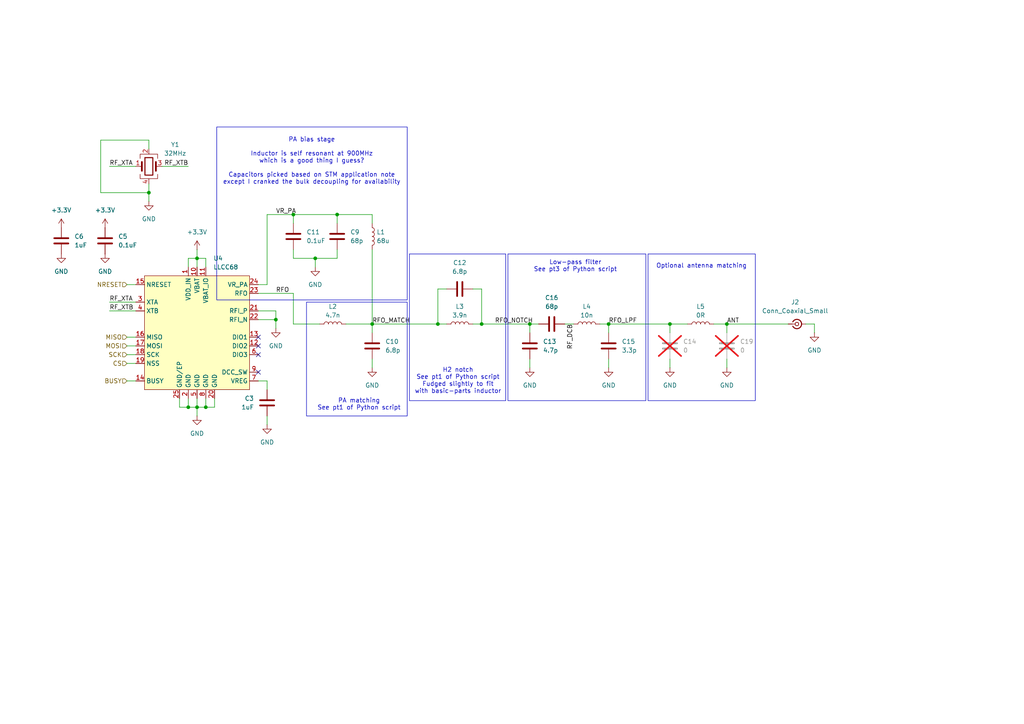
<source format=kicad_sch>
(kicad_sch (version 20231120) (generator "eeschema") (generator_version "8.0")
  (paper "A4")
  (lib_symbols
    (symbol "Connector:Conn_Coaxial_Small" (pin_numbers hide) (pin_names (offset 1.016) hide)
      (property "Reference" "J" (at 0.254 3.048 0))
      (property "Value" "Conn_Coaxial_Small" (at 0 -3.81 0))
      (symbol "Conn_Coaxial_Small_0_1"
        (polyline (pts (xy -2.54 0) (xy -0.508 0)))
        (circle (center 0 0) (radius 0.508) (stroke (width 0.2032)))
      )
      (symbol "Conn_Coaxial_Small_1_1"
        (arc (start -1.1916 -0.6311) (mid 0.327 -1.3081) (end 1.3484 0.0039) (stroke (width 0.3048)))
        (arc (start 1.3484 -0.0039) (mid 0.327 1.3081) (end -1.1916 0.6311) (stroke (width 0.3048)))
        (pin passive line (at -2.54 0 0) (length 1.27) (name "In") (number "1"))
        (pin passive line (at 2.54 0 180) (length 1.27) (name "Ext") (number "2"))
      )
    )
    (symbol "Device:C" (pin_numbers hide) (pin_names (offset 0.254))
      (property "Reference" "C" (at 0.635 2.54 0))
      (property "Value" "C" (at 0.635 -2.54 0))
      (symbol "C_0_1"
        (polyline (pts (xy -2.032 -0.762) (xy 2.032 -0.762)) (stroke (width 0.508)))
        (polyline (pts (xy -2.032 0.762) (xy 2.032 0.762)) (stroke (width 0.508)))
      )
      (symbol "C_1_1"
        (pin passive line (at 0 3.81 270) (length 2.794) (name "~") (number "1"))
        (pin passive line (at 0 -3.81 90) (length 2.794) (name "~") (number "2"))
      )
    )
    (symbol "Device:Crystal_GND24" (pin_names (offset 1.016) hide)
      (property "Reference" "Y" (at 3.175 5.08 0))
      (property "Value" "Crystal_GND24" (at 3.175 3.175 0))
      (symbol "Crystal_GND24_0_1"
        (rectangle (start -1.143 2.54) (end 1.143 -2.54) (stroke (width 0.3048)))
        (polyline (pts (xy -2.54 0) (xy -2.032 0)))
        (polyline (pts (xy -2.032 -1.27) (xy -2.032 1.27)) (stroke (width 0.508)))
        (polyline (pts (xy 0 -3.81) (xy 0 -3.556)))
        (polyline (pts (xy 0 3.556) (xy 0 3.81)))
        (polyline (pts (xy 2.032 -1.27) (xy 2.032 1.27)) (stroke (width 0.508)))
        (polyline (pts (xy 2.032 0) (xy 2.54 0)))
        (polyline (pts (xy -2.54 -2.286) (xy -2.54 -3.556) (xy 2.54 -3.556) (xy 2.54 -2.286)))
        (polyline (pts (xy -2.54 2.286) (xy -2.54 3.556) (xy 2.54 3.556) (xy 2.54 2.286)))
      )
      (symbol "Crystal_GND24_1_1"
        (pin passive line (at -3.81 0 0) (length 1.27) (name "1") (number "1"))
        (pin passive line (at 0 5.08 270) (length 1.27) (name "2") (number "2"))
        (pin passive line (at 3.81 0 180) (length 1.27) (name "3") (number "3"))
        (pin passive line (at 0 -5.08 90) (length 1.27) (name "4") (number "4"))
      )
    )
    (symbol "Device:L" (pin_numbers hide) (pin_names (offset 1.016) hide)
      (property "Reference" "L" (at -1.27 0 90))
      (property "Value" "L" (at 1.905 0 90))
      (symbol "L_0_1"
        (arc (start 0 -2.54) (mid 0.6323 -1.905) (end 0 -1.27))
        (arc (start 0 -1.27) (mid 0.6323 -0.635) (end 0 0))
        (arc (start 0 0) (mid 0.6323 0.635) (end 0 1.27))
        (arc (start 0 1.27) (mid 0.6323 1.905) (end 0 2.54))
      )
      (symbol "L_1_1"
        (pin passive line (at 0 3.81 270) (length 1.27) (name "1") (number "1"))
        (pin passive line (at 0 -3.81 90) (length 1.27) (name "2") (number "2"))
      )
    )
    (symbol "RF_Custom:LLCC68"
      (property "Reference" "U" (at 0 1.016 0))
      (property "Value" "LLCC68" (at 0 -1.27 0))
      (symbol "LLCC68_1_1"
        (rectangle (start -15.24 16.51) (end 15.24 -16.51) (fill (type background)))
        (pin power_in line (at -2.54 19.05 270) (length 2.54) (name "VDD_IN") (number "1"))
        (pin power_in line (at 0 19.05 270) (length 2.54) (name "VBAT") (number "10"))
        (pin power_in line (at 2.54 19.05 270) (length 2.54) (name "VBAT_IO") (number "11"))
        (pin bidirectional line (at 17.78 -3.81 180) (length 2.54) (name "DIO2") (number "12"))
        (pin bidirectional line (at 17.78 -1.27 180) (length 2.54) (name "DIO1") (number "13"))
        (pin output line (at -17.78 -13.97 0) (length 2.54) (name "BUSY") (number "14"))
        (pin input line (at -17.78 13.97 0) (length 2.54) (name "NRESET") (number "15"))
        (pin output line (at -17.78 -1.27 0) (length 2.54) (name "MISO") (number "16"))
        (pin output line (at -17.78 -3.81 0) (length 2.54) (name "MOSI") (number "17"))
        (pin output line (at -17.78 -6.35 0) (length 2.54) (name "SCK") (number "18"))
        (pin output line (at -17.78 -8.89 0) (length 2.54) (name "NSS") (number "19"))
        (pin power_in line (at -2.54 -19.05 90) (length 2.54) (name "GND") (number "2"))
        (pin power_in line (at 5.08 -19.05 90) (length 2.54) (name "GND") (number "20"))
        (pin input line (at 17.78 6.35 180) (length 2.54) (name "RFI_P") (number "21"))
        (pin input line (at 17.78 3.81 180) (length 2.54) (name "RFI_N") (number "22"))
        (pin output line (at 17.78 11.43 180) (length 2.54) (name "RFO") (number "23"))
        (pin output line (at 17.78 13.97 180) (length 2.54) (name "VR_PA") (number "24"))
        (pin power_in line (at -5.08 -19.05 90) (length 2.54) (name "GND/EP") (number "25"))
        (pin passive line (at -17.78 8.89 0) (length 2.54) (name "XTA") (number "3"))
        (pin passive line (at -17.78 6.35 0) (length 2.54) (name "XTB") (number "4"))
        (pin power_in line (at 0 -19.05 90) (length 2.54) (name "GND") (number "5"))
        (pin bidirectional line (at 17.78 -6.35 180) (length 2.54) (name "DIO3") (number "6"))
        (pin power_out line (at 17.78 -13.97 180) (length 2.54) (name "VREG") (number "7"))
        (pin power_in line (at 2.54 -19.05 90) (length 2.54) (name "GND") (number "8"))
        (pin power_out line (at 17.78 -11.43 180) (length 2.54) (name "DCC_SW") (number "9"))
      )
    )
    (symbol "power:+3.3V" (power) (pin_numbers hide) (pin_names (offset 0) hide)
      (property "Value" "+3.3V" (at 0 3.556 0))
      (symbol "+3.3V_0_1"
        (polyline (pts (xy -0.762 1.27) (xy 0 2.54)))
        (polyline (pts (xy 0 0) (xy 0 2.54)))
        (polyline (pts (xy 0 2.54) (xy 0.762 1.27)))
      )
      (symbol "+3.3V_1_1"
        (pin power_in line (at 0 0 90) (length 0) (name "~") (number "1"))
      )
    )
    (symbol "power:GND" (power) (pin_numbers hide) (pin_names (offset 0) hide)
      (property "Value" "GND" (at 0 -3.81 0))
      (symbol "GND_0_1"
        (polyline (pts (xy 0 0) (xy 0 -1.27) (xy 1.27 -1.27) (xy 0 -2.54) (xy -1.27 -1.27) (xy 0 -1.27)))
      )
      (symbol "GND_1_1"
        (pin power_in line (at 0 0 270) (length 0) (name "~") (number "1"))
      )
    )
  )
  (junction (at 194.31 93.98))
  (junction (at 97.79 62.23))
  (junction (at 54.61 118.11))
  (junction (at 85.09 62.23))
  (junction (at 176.53 93.98))
  (junction (at 107.95 93.98))
  (junction (at 210.82 93.98))
  (junction (at 59.69 118.11))
  (junction (at 57.15 118.11))
  (junction (at 91.44 74.93))
  (junction (at 43.18 55.88))
  (junction (at 153.67 93.98))
  (junction (at 139.7 93.98))
  (junction (at 80.01 92.71))
  (junction (at 57.15 74.93))
  (junction (at 127 93.98))
  (no_connect (at 74.93 107.95))
  (no_connect (at 74.93 97.79))
  (no_connect (at 74.93 100.33))
  (no_connect (at 74.93 102.87))
  (wire (pts (xy 59.69 77.47) (xy 59.69 74.93)))
  (wire (pts (xy 176.53 96.52) (xy 176.53 93.98)))
  (wire (pts (xy 77.47 110.49) (xy 74.93 110.49)))
  (wire (pts (xy 39.37 97.79) (xy 36.83 97.79)))
  (wire (pts (xy 77.47 62.23) (xy 85.09 62.23)))
  (wire (pts (xy 85.09 85.09) (xy 85.09 93.98)))
  (wire (pts (xy 85.09 62.23) (xy 97.79 62.23)))
  (wire (pts (xy 153.67 93.98) (xy 156.21 93.98)))
  (wire (pts (xy 97.79 62.23) (xy 107.95 62.23)))
  (wire (pts (xy 97.79 72.39) (xy 97.79 74.93)))
  (wire (pts (xy 85.09 93.98) (xy 92.71 93.98)))
  (wire (pts (xy 31.75 90.17) (xy 39.37 90.17)))
  (wire (pts (xy 62.23 115.57) (xy 62.23 118.11)))
  (wire (pts (xy 54.61 77.47) (xy 54.61 74.93)))
  (wire (pts (xy 39.37 102.87) (xy 36.83 102.87)))
  (wire (pts (xy 80.01 95.25) (xy 80.01 92.71)))
  (wire (pts (xy 59.69 118.11) (xy 57.15 118.11)))
  (wire (pts (xy 74.93 90.17) (xy 80.01 90.17)))
  (wire (pts (xy 107.95 93.98) (xy 127 93.98)))
  (wire (pts (xy 29.21 40.64) (xy 29.21 55.88)))
  (wire (pts (xy 153.67 96.52) (xy 153.67 93.98)))
  (wire (pts (xy 77.47 110.49) (xy 77.47 113.03)))
  (wire (pts (xy 36.83 110.49) (xy 39.37 110.49)))
  (wire (pts (xy 52.07 115.57) (xy 52.07 118.11)))
  (wire (pts (xy 176.53 93.98) (xy 173.99 93.98)))
  (wire (pts (xy 210.82 104.14) (xy 210.82 106.68)))
  (wire (pts (xy 210.82 93.98) (xy 207.01 93.98)))
  (wire (pts (xy 59.69 115.57) (xy 59.69 118.11)))
  (wire (pts (xy 31.75 87.63) (xy 39.37 87.63)))
  (wire (pts (xy 31.75 48.26) (xy 39.37 48.26)))
  (wire (pts (xy 77.47 62.23) (xy 77.47 82.55)))
  (wire (pts (xy 54.61 115.57) (xy 54.61 118.11)))
  (wire (pts (xy 36.83 82.55) (xy 39.37 82.55)))
  (wire (pts (xy 91.44 74.93) (xy 91.44 77.47)))
  (wire (pts (xy 43.18 43.18) (xy 43.18 40.64)))
  (wire (pts (xy 43.18 40.64) (xy 29.21 40.64)))
  (wire (pts (xy 59.69 74.93) (xy 57.15 74.93)))
  (wire (pts (xy 107.95 104.14) (xy 107.95 106.68)))
  (wire (pts (xy 39.37 100.33) (xy 36.83 100.33)))
  (wire (pts (xy 107.95 62.23) (xy 107.95 64.77)))
  (wire (pts (xy 194.31 104.14) (xy 194.31 106.68)))
  (wire (pts (xy 139.7 83.82) (xy 139.7 93.98)))
  (wire (pts (xy 57.15 74.93) (xy 57.15 77.47)))
  (wire (pts (xy 54.61 118.11) (xy 57.15 118.11)))
  (wire (pts (xy 91.44 74.93) (xy 85.09 74.93)))
  (wire (pts (xy 57.15 118.11) (xy 57.15 120.65)))
  (wire (pts (xy 129.54 83.82) (xy 127 83.82)))
  (wire (pts (xy 77.47 120.65) (xy 77.47 123.19)))
  (wire (pts (xy 57.15 115.57) (xy 57.15 118.11)))
  (wire (pts (xy 139.7 93.98) (xy 137.16 93.98)))
  (wire (pts (xy 57.15 72.39) (xy 57.15 74.93)))
  (wire (pts (xy 85.09 74.93) (xy 85.09 72.39)))
  (wire (pts (xy 137.16 83.82) (xy 139.7 83.82)))
  (wire (pts (xy 97.79 74.93) (xy 91.44 74.93)))
  (wire (pts (xy 210.82 93.98) (xy 228.6 93.98)))
  (wire (pts (xy 77.47 82.55) (xy 74.93 82.55)))
  (wire (pts (xy 127 93.98) (xy 129.54 93.98)))
  (wire (pts (xy 210.82 96.52) (xy 210.82 93.98)))
  (wire (pts (xy 107.95 93.98) (xy 100.33 93.98)))
  (wire (pts (xy 46.99 48.26) (xy 54.61 48.26)))
  (wire (pts (xy 52.07 118.11) (xy 54.61 118.11)))
  (wire (pts (xy 163.83 93.98) (xy 166.37 93.98)))
  (wire (pts (xy 194.31 93.98) (xy 199.39 93.98)))
  (wire (pts (xy 153.67 104.14) (xy 153.67 106.68)))
  (wire (pts (xy 236.22 96.52) (xy 236.22 93.98)))
  (wire (pts (xy 80.01 92.71) (xy 80.01 90.17)))
  (wire (pts (xy 107.95 72.39) (xy 107.95 93.98)))
  (wire (pts (xy 194.31 96.52) (xy 194.31 93.98)))
  (wire (pts (xy 36.83 105.41) (xy 39.37 105.41)))
  (wire (pts (xy 74.93 92.71) (xy 80.01 92.71)))
  (wire (pts (xy 54.61 74.93) (xy 57.15 74.93)))
  (wire (pts (xy 176.53 104.14) (xy 176.53 106.68)))
  (wire (pts (xy 29.21 55.88) (xy 43.18 55.88)))
  (wire (pts (xy 43.18 53.34) (xy 43.18 55.88)))
  (wire (pts (xy 107.95 93.98) (xy 107.95 96.52)))
  (wire (pts (xy 127 83.82) (xy 127 93.98)))
  (wire (pts (xy 97.79 62.23) (xy 97.79 64.77)))
  (wire (pts (xy 236.22 93.98) (xy 233.68 93.98)))
  (wire (pts (xy 85.09 62.23) (xy 85.09 64.77)))
  (wire (pts (xy 176.53 93.98) (xy 194.31 93.98)))
  (wire (pts (xy 153.67 93.98) (xy 139.7 93.98)))
  (wire (pts (xy 74.93 85.09) (xy 85.09 85.09)))
  (wire (pts (xy 62.23 118.11) (xy 59.69 118.11)))
  (wire (pts (xy 43.18 55.88) (xy 43.18 58.42)))
  (rectangle (start 88.9 87.63) (end 118.11 120.65))
  (rectangle (start 112.395 50.8) (end 112.395 50.8))
  (rectangle (start 147.32 73.66) (end 187.325 116.205))
  (rectangle (start 62.865 36.83) (end 118.11 86.995))
  (rectangle (start 118.745 73.66) (end 146.685 116.205))
  (rectangle (start 187.96 73.66) (end 219.075 116.205))
  (text "PA bias stage\n\nInductor is self resonant at 900MHz\nwhich is a good thing I guess?\n\nCapacitors picked based on STM application note\nexcept I cranked the bulk decoupling for availability" (at 90.424 46.736 0) (effects (font (size 1.27 1.27))))
  (text "Optional antenna matching" (at 203.454 77.216 0) (effects (font (size 1.27 1.27))))
  (text "Low-pass filter\nSee pt3 of Python script" (at 166.878 77.216 0) (effects (font (size 1.27 1.27))))
  (text "PA matching\nSee pt1 of Python script" (at 104.14 117.348 0) (effects (font (size 1.27 1.27))))
  (text "H2 notch\nSee pt1 of Python script\nFudged slightly to fit\nwith basic-parts inductor" (at 132.842 110.49 0) (effects (font (size 1.27 1.27))))
  (label "ANT" (at 210.82 93.98 0))
  (label "RF_DCB" (at 166.37 93.98 270))
  (label "RFO_MATCH" (at 107.95 93.98 0))
  (label "RFO_LPF" (at 176.53 93.98 0))
  (label "RF_XTB" (at 54.61 48.26 180))
  (label "RF_XTA" (at 31.75 87.63 0))
  (label "RFO" (at 80.01 85.09 0))
  (label "RF_XTB" (at 31.75 90.17 0))
  (label "RF_XTA" (at 31.75 48.26 0))
  (label "RFO_NOTCH" (at 143.51 93.98 0))
  (label "VR_PA" (at 80.01 62.23 0))
  (hierarchical_label "CS" (shape input) (at 36.83 105.41 180))
  (hierarchical_label "BUSY" (shape input) (at 36.83 110.49 180))
  (hierarchical_label "NRESET" (shape input) (at 36.83 82.55 180))
  (hierarchical_label "MISO" (shape input) (at 36.83 97.79 180))
  (hierarchical_label "MOSI" (shape input) (at 36.83 100.33 180))
  (hierarchical_label "SCK" (shape input) (at 36.83 102.87 180))
  (symbol (lib_id "power:GND") (at 176.53 106.68 0) (unit 1)
    (property "Reference" "#PWR010" (effects (hide yes)))
    (property "Value" "GND" (at 176.53 111.76 0))
    (property "Description" "Power symbol creates a global label with name \"GND\" , ground" (effects (hide yes)))
  )
  (symbol (lib_id "power:GND") (at 57.15 120.65 0) (unit 1)
    (property "Reference" "#PWR05" (effects (hide yes)))
    (property "Value" "GND" (at 57.15 125.73 0))
    (property "Description" "Power symbol creates a global label with name \"GND\" , ground" (effects (hide yes)))
  )
  (symbol (lib_id "Device:L") (at 133.35 93.98 90) (unit 1)
    (property "Reference" "L3" (at 133.35 88.9 90))
    (property "Value" "3.9n" (at 133.35 91.44 90))
    (property "Footprint" "Inductor_SMD:L_0402_1005Metric" (effects (hide yes)))
    (property "Description" "Inductor" (effects (hide yes)))
    (property "LCSC" "C14033" (effects (hide yes)))
  )
  (symbol (lib_id "Device:C") (at 17.78 69.85 0) (unit 1)
    (property "Reference" "C6" (at 21.59 68.5799 0) (effects (justify left)))
    (property "Value" "1uF" (at 21.59 71.1199 0) (effects (justify left)))
    (property "Footprint" "Capacitor_SMD:C_0402_1005Metric" (effects (hide yes)))
    (property "Description" "Unpolarized capacitor" (effects (hide yes)))
    (property "LCSC" "C52923" (effects (hide yes)))
  )
  (symbol (lib_id "Device:L") (at 107.95 68.58 0) (unit 1)
    (property "Reference" "L1" (at 109.22 67.3099 0) (effects (justify left)))
    (property "Value" "68u" (at 109.22 69.8499 0) (effects (justify left)))
    (property "Footprint" "Inductor_SMD:L_0603_1608Metric" (effects (hide yes)))
    (property "Description" "Inductor" (effects (hide yes)))
    (property "LCSC" "C13415" (effects (hide yes)))
  )
  (symbol (lib_id "Device:C") (at 77.47 116.84 0) (mirror y) (unit 1)
    (property "Reference" "C3" (at 73.66 115.5699 0) (effects (justify left)))
    (property "Value" "1uF" (at 73.66 118.1099 0) (effects (justify left)))
    (property "Footprint" "Capacitor_SMD:C_0402_1005Metric" (effects (hide yes)))
    (property "Description" "Unpolarized capacitor" (effects (hide yes)))
    (property "LCSC" "C52923" (effects (hide yes)))
  )
  (symbol (lib_id "power:GND") (at 91.44 77.47 0) (unit 1)
    (property "Reference" "#PWR07" (effects (hide yes)))
    (property "Value" "GND" (at 91.44 82.55 0))
    (property "Description" "Power symbol creates a global label with name \"GND\" , ground" (effects (hide yes)))
  )
  (symbol (lib_id "power:+3.3V") (at 57.15 72.39 0) (unit 1)
    (property "Reference" "#PWR03" (effects (hide yes)))
    (property "Value" "+3.3V" (at 57.15 67.31 0))
    (property "Description" "Power symbol creates a global label with name \"+3.3V\"" (effects (hide yes)))
  )
  (symbol (lib_id "Device:C") (at 97.79 68.58 0) (unit 1)
    (property "Reference" "C9" (at 101.6 67.3099 0) (effects (justify left)))
    (property "Value" "68p" (at 101.6 69.8499 0) (effects (justify left)))
    (property "Footprint" "Capacitor_SMD:C_0402_1005Metric" (effects (hide yes)))
    (property "Description" "Unpolarized capacitor" (effects (hide yes)))
    (property "LCSC" "C14441" (effects (hide yes)))
  )
  (symbol (lib_id "power:GND") (at 77.47 123.19 0) (unit 1)
    (property "Reference" "#PWR018" (effects (hide yes)))
    (property "Value" "GND" (at 77.47 128.27 0))
    (property "Description" "Power symbol creates a global label with name \"GND\" , ground" (effects (hide yes)))
  )
  (symbol (lib_id "Connector:Conn_Coaxial_Small") (at 231.14 93.98 0) (unit 1)
    (property "Reference" "J2" (at 230.6204 87.63 0))
    (property "Value" "Conn_Coaxial_Small" (at 230.6204 90.17 0))
    (property "Footprint" "Connector_Coaxial_Custom:SMA_Samtec_SMA-J-P-H-ST-EM1_EdgeMount_WireWhip" (effects (hide yes)))
    (property "Description" "small coaxial connector (BNC, SMA, SMB, SMC, Cinch/RCA, LEMO, ...)" (effects (hide yes)))
    (property "JLCPCB_IGNORE" "ignore" (effects (hide yes)))
  )
  (symbol (lib_id "Device:C") (at 210.82 100.33 0) (unit 1) (dnp yes)
    (property "Reference" "C19" (at 214.63 99.0599 0) (effects (justify left)))
    (property "Value" "0" (at 214.63 101.5999 0) (effects (justify left)))
    (property "Footprint" "Capacitor_SMD:C_0402_1005Metric" (effects (hide yes)))
    (property "Description" "Unpolarized capacitor" (effects (hide yes)))
    (property "LCSC" "C1565" (effects (hide yes)))
  )
  (symbol (lib_id "Device:C") (at 176.53 100.33 0) (unit 1)
    (property "Reference" "C15" (at 180.34 99.0599 0) (effects (justify left)))
    (property "Value" "3.3p" (at 180.34 101.5999 0) (effects (justify left)))
    (property "Footprint" "Capacitor_SMD:C_0402_1005Metric" (effects (hide yes)))
    (property "Description" "Unpolarized capacitor" (effects (hide yes)))
    (property "LCSC" "C1565" (effects (hide yes)))
  )
  (symbol (lib_id "Device:C") (at 153.67 100.33 0) (unit 1)
    (property "Reference" "C13" (at 157.48 99.0599 0) (effects (justify left)))
    (property "Value" "4.7p" (at 157.48 101.5999 0) (effects (justify left)))
    (property "Footprint" "Capacitor_SMD:C_0402_1005Metric" (effects (hide yes)))
    (property "Description" "Unpolarized capacitor" (effects (hide yes)))
    (property "LCSC" "C1569" (effects (hide yes)))
  )
  (symbol (lib_id "power:GND") (at 194.31 106.68 0) (unit 1)
    (property "Reference" "#PWR011" (effects (hide yes)))
    (property "Value" "GND" (at 194.31 111.76 0))
    (property "Description" "Power symbol creates a global label with name \"GND\" , ground" (effects (hide yes)))
  )
  (symbol (lib_id "Device:C") (at 107.95 100.33 0) (unit 1)
    (property "Reference" "C10" (at 111.76 99.0599 0) (effects (justify left)))
    (property "Value" "6.8p" (at 111.76 101.5999 0) (effects (justify left)))
    (property "Footprint" "Capacitor_SMD:C_0402_1005Metric" (effects (hide yes)))
    (property "Description" "Unpolarized capacitor" (effects (hide yes)))
    (property "LCSC" "C1576" (effects (hide yes)))
  )
  (symbol (lib_id "Device:L") (at 203.2 93.98 90) (unit 1)
    (property "Reference" "L5" (at 203.2 88.9 90))
    (property "Value" "0R" (at 203.2 91.44 90))
    (property "Footprint" "Inductor_SMD:L_0402_1005Metric" (effects (hide yes)))
    (property "Description" "Inductor" (effects (hide yes)))
    (property "LCSC" "C17168" (effects (hide yes)))
  )
  (symbol (lib_id "power:GND") (at 153.67 106.68 0) (unit 1)
    (property "Reference" "#PWR09" (effects (hide yes)))
    (property "Value" "GND" (at 153.67 111.76 0))
    (property "Description" "Power symbol creates a global label with name \"GND\" , ground" (effects (hide yes)))
  )
  (symbol (lib_id "power:GND") (at 17.78 73.66 0) (unit 1)
    (property "Reference" "#PWR017" (effects (hide yes)))
    (property "Value" "GND" (at 17.78 78.74 0))
    (property "Description" "Power symbol creates a global label with name \"GND\" , ground" (effects (hide yes)))
  )
  (symbol (lib_id "power:GND") (at 210.82 106.68 0) (unit 1)
    (property "Reference" "#PWR012" (effects (hide yes)))
    (property "Value" "GND" (at 210.82 111.76 0))
    (property "Description" "Power symbol creates a global label with name \"GND\" , ground" (effects (hide yes)))
  )
  (symbol (lib_id "power:GND") (at 236.22 96.52 0) (unit 1)
    (property "Reference" "#PWR013" (effects (hide yes)))
    (property "Value" "GND" (at 236.22 101.6 0))
    (property "Description" "Power symbol creates a global label with name \"GND\" , ground" (effects (hide yes)))
  )
  (symbol (lib_id "Device:C") (at 30.48 69.85 0) (unit 1)
    (property "Reference" "C5" (at 34.29 68.58 0) (effects (justify left)))
    (property "Value" "0.1uF" (at 34.29 71.12 0) (effects (justify left)))
    (property "Footprint" "Capacitor_SMD:C_0402_1005Metric" (effects (hide yes)))
    (property "Description" "Unpolarized capacitor" (effects (hide yes)))
    (property "LCSC" "C1525" (effects (hide yes)))
  )
  (symbol (lib_id "Device:Crystal_GND24") (at 43.18 48.26 0) (unit 1)
    (property "Reference" "Y1" (at 50.8 41.9414 0))
    (property "Value" "32MHz" (at 50.8 44.4814 0))
    (property "Footprint" "Crystal:Crystal_SMD_2016-4Pin_2.0x1.6mm" (effects (hide yes)))
    (property "Description" "Four pin crystal, GND on pins 2 and 4" (effects (hide yes)))
    (property "LCSC" "C843260" (effects (hide yes)))
  )
  (symbol (lib_id "power:GND") (at 43.18 58.42 0) (unit 1)
    (property "Reference" "#PWR01" (effects (hide yes)))
    (property "Value" "GND" (at 43.18 63.5 0))
    (property "Description" "Power symbol creates a global label with name \"GND\" , ground" (effects (hide yes)))
  )
  (symbol (lib_id "Device:C") (at 85.09 68.58 0) (unit 1)
    (property "Reference" "C11" (at 88.9 67.31 0) (effects (justify left)))
    (property "Value" "0.1uF" (at 88.9 69.85 0) (effects (justify left)))
    (property "Footprint" "Capacitor_SMD:C_0402_1005Metric" (effects (hide yes)))
    (property "Description" "Unpolarized capacitor" (effects (hide yes)))
    (property "LCSC" "C1525" (effects (hide yes)))
  )
  (symbol (lib_id "Device:L") (at 96.52 93.98 90) (unit 1)
    (property "Reference" "L2" (at 96.52 88.9 90))
    (property "Value" "4.7n" (at 96.52 91.44 90))
    (property "Footprint" "Inductor_SMD:L_0402_1005Metric" (effects (hide yes)))
    (property "Description" "Inductor" (effects (hide yes)))
    (property "LCSC" "C13595" (effects (hide yes)))
  )
  (symbol (lib_id "Device:L") (at 170.18 93.98 90) (unit 1)
    (property "Reference" "L4" (at 170.18 88.9 90))
    (property "Value" "10n" (at 170.18 91.44 90))
    (property "Footprint" "Inductor_SMD:L_0402_1005Metric" (effects (hide yes)))
    (property "Description" "Inductor" (effects (hide yes)))
    (property "LCSC" "C27147" (effects (hide yes)))
  )
  (symbol (lib_id "Device:C") (at 194.31 100.33 0) (unit 1) (dnp yes)
    (property "Reference" "C14" (at 198.12 99.0599 0) (effects (justify left)))
    (property "Value" "0" (at 198.12 101.5999 0) (effects (justify left)))
    (property "Footprint" "Capacitor_SMD:C_0402_1005Metric" (effects (hide yes)))
    (property "Description" "Unpolarized capacitor" (effects (hide yes)))
    (property "LCSC" "C1565" (effects (hide yes)))
  )
  (symbol (lib_id "power:GND") (at 80.01 95.25 0) (unit 1)
    (property "Reference" "#PWR046" (effects (hide yes)))
    (property "Value" "GND" (at 80.01 100.33 0))
    (property "Description" "Power symbol creates a global label with name \"GND\" , ground" (effects (hide yes)))
  )
  (symbol (lib_id "power:GND") (at 30.48 73.66 0) (unit 1)
    (property "Reference" "#PWR015" (effects (hide yes)))
    (property "Value" "GND" (at 30.48 78.74 0))
    (property "Description" "Power symbol creates a global label with name \"GND\" , ground" (effects (hide yes)))
  )
  (symbol (lib_id "power:GND") (at 107.95 106.68 0) (unit 1)
    (property "Reference" "#PWR08" (effects (hide yes)))
    (property "Value" "GND" (at 107.95 111.76 0))
    (property "Description" "Power symbol creates a global label with name \"GND\" , ground" (effects (hide yes)))
  )
  (symbol (lib_id "power:+3.3V") (at 30.48 66.04 0) (unit 1)
    (property "Reference" "#PWR014" (effects (hide yes)))
    (property "Value" "+3.3V" (at 30.48 60.96 0))
    (property "Description" "Power symbol creates a global label with name \"+3.3V\"" (effects (hide yes)))
  )
  (symbol (lib_id "RF_Custom:LLCC68") (at 57.15 96.52 0) (unit 1)
    (property "Reference" "U4" (at 61.8841 74.93 0) (effects (justify left)))
    (property "Value" "LLCC68" (at 61.8841 77.47 0) (effects (justify left)))
    (property "Footprint" "Package_DFN_QFN:QFN-24-1EP_4x4mm_P0.5mm_EP2.7x2.7mm_ThermalVias" (effects (hide yes)))
    (property "Datasheet" "https://www.mouser.com/pdfDocs/DS_LLCC68_V10-2.pdf" (effects (hide yes)))
    (property "Description" "Long Range, Low Power, sub-GHz RF Transceiver" (effects (hide yes)))
    (property "LCSC" "C5120261" (effects (hide yes)))
    (property "JLCPCB_CORRECTION" "0;0;-90" (effects (hide yes)))
  )
  (symbol (lib_id "Device:C") (at 160.02 93.98 90) (unit 1)
    (property "Reference" "C16" (at 160.02 86.36 90))
    (property "Value" "68p" (at 160.02 88.9 90))
    (property "Footprint" "Capacitor_SMD:C_0402_1005Metric" (effects (hide yes)))
    (property "Description" "Unpolarized capacitor" (effects (hide yes)))
    (property "LCSC" "C14441" (effects (hide yes)))
  )
  (symbol (lib_id "Device:C") (at 133.35 83.82 90) (unit 1)
    (property "Reference" "C12" (at 133.35 76.2 90))
    (property "Value" "6.8p" (at 133.35 78.74 90))
    (property "Footprint" "Capacitor_SMD:C_0402_1005Metric" (effects (hide yes)))
    (property "Description" "Unpolarized capacitor" (effects (hide yes)))
    (property "LCSC" "C1576" (effects (hide yes)))
  )
  (symbol (lib_id "power:+3.3V") (at 17.78 66.04 0) (unit 1)
    (property "Reference" "#PWR016" (effects (hide yes)))
    (property "Value" "+3.3V" (at 17.78 60.96 0))
    (property "Description" "Power symbol creates a global label with name \"+3.3V\"" (effects (hide yes)))
  )
)
</source>
